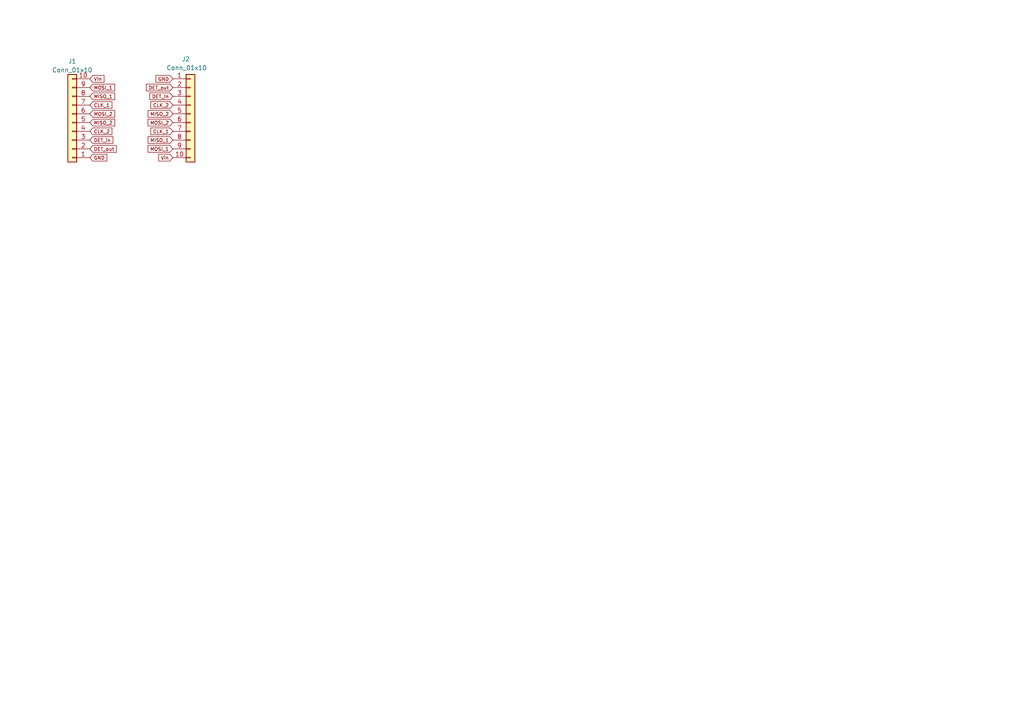
<source format=kicad_sch>
(kicad_sch (version 20230121) (generator eeschema)
  (paper "A4")
  (lib_symbols
    (symbol "Connector_Generic:Conn_01x10" (pin_names (offset 1.016) hide)
      (property "Reference" "J" (at 0 12.7 0))
      (property "Value" "Conn_01x10" (at 0 -15.24 0))
      (symbol "Conn_01x10_1_1"
        (rectangle (start -1.27 -12.573) (end 0 -12.827) (stroke (width 0.1524)))
        (rectangle (start -1.27 -10.033) (end 0 -10.287) (stroke (width 0.1524)))
        (rectangle (start -1.27 -7.493) (end 0 -7.747) (stroke (width 0.1524)))
        (rectangle (start -1.27 -4.953) (end 0 -5.207) (stroke (width 0.1524)))
        (rectangle (start -1.27 -2.413) (end 0 -2.667) (stroke (width 0.1524)))
        (rectangle (start -1.27 0.127) (end 0 -0.127) (stroke (width 0.1524)))
        (rectangle (start -1.27 2.667) (end 0 2.413) (stroke (width 0.1524)))
        (rectangle (start -1.27 5.207) (end 0 4.953) (stroke (width 0.1524)))
        (rectangle (start -1.27 7.747) (end 0 7.493) (stroke (width 0.1524)))
        (rectangle (start -1.27 10.287) (end 0 10.033) (stroke (width 0.1524)))
        (rectangle (start -1.27 11.43) (end 1.27 -13.97) (stroke (width 0.254)) (fill (type background)))
        (pin passive line (at -5.08 10.16 0) (length 3.81) (name "Pin_1") (number "1"))
        (pin passive line (at -5.08 -12.7 0) (length 3.81) (name "Pin_10") (number "10"))
        (pin passive line (at -5.08 7.62 0) (length 3.81) (name "Pin_2") (number "2"))
        (pin passive line (at -5.08 5.08 0) (length 3.81) (name "Pin_3") (number "3"))
        (pin passive line (at -5.08 2.54 0) (length 3.81) (name "Pin_4") (number "4"))
        (pin passive line (at -5.08 0 0) (length 3.81) (name "Pin_5") (number "5"))
        (pin passive line (at -5.08 -2.54 0) (length 3.81) (name "Pin_6") (number "6"))
        (pin passive line (at -5.08 -5.08 0) (length 3.81) (name "Pin_7") (number "7"))
        (pin passive line (at -5.08 -7.62 0) (length 3.81) (name "Pin_8") (number "8"))
        (pin passive line (at -5.08 -10.16 0) (length 3.81) (name "Pin_9") (number "9"))
      )
    )
  )
  (global_label "MOSI_2" (shape input) (at 50.165 35.56 180) (effects (font (size 1 1))) (property "Intersheetrefs" "${INTERSHEET_REFS}" (effects hide)))
  (global_label "Vin" (shape input) (at 26.035 22.86 0) (effects (font (size 1 1))) (property "Intersheetrefs" "${INTERSHEET_REFS}" (effects hide)))
  (global_label "CLK_2" (shape input) (at 50.165 30.48 180) (effects (font (size 1 1))) (property "Intersheetrefs" "${INTERSHEET_REFS}" (effects hide)))
  (global_label "CLK_2" (shape input) (at 26.035 38.1 0) (effects (font (size 1 1))) (property "Intersheetrefs" "${INTERSHEET_REFS}" (effects hide)))
  (global_label "MOSI_1" (shape input) (at 26.035 25.4 0) (effects (font (size 1 1))) (property "Intersheetrefs" "${INTERSHEET_REFS}" (effects hide)))
  (global_label "MOSI_2" (shape input) (at 26.035 33.02 0) (effects (font (size 1 1))) (property "Intersheetrefs" "${INTERSHEET_REFS}" (effects hide)))
  (global_label "DET_in" (shape input) (at 26.035 40.64 0) (effects (font (size 1 1))) (property "Intersheetrefs" "${INTERSHEET_REFS}" (effects hide)))
  (global_label "GND" (shape input) (at 50.165 22.86 180) (effects (font (size 1 1))) (property "Intersheetrefs" "${INTERSHEET_REFS}" (effects hide)))
  (global_label "CLK_1" (shape input) (at 50.165 38.1 180) (effects (font (size 1 1))) (property "Intersheetrefs" "${INTERSHEET_REFS}" (effects hide)))
  (global_label "MOSI_1" (shape input) (at 50.165 43.18 180) (effects (font (size 1 1))) (property "Intersheetrefs" "${INTERSHEET_REFS}" (effects hide)))
  (global_label "DET_out" (shape input) (at 26.035 43.18 0) (effects (font (size 1 1))) (property "Intersheetrefs" "${INTERSHEET_REFS}" (effects hide)))
  (global_label "Vin" (shape input) (at 50.165 45.72 180) (effects (font (size 1 1))) (property "Intersheetrefs" "${INTERSHEET_REFS}" (effects hide)))
  (global_label "MISO_2" (shape input) (at 50.165 33.02 180) (effects (font (size 1 1))) (property "Intersheetrefs" "${INTERSHEET_REFS}" (effects hide)))
  (global_label "MISO_1" (shape input) (at 26.035 27.94 0) (effects (font (size 1 1))) (property "Intersheetrefs" "${INTERSHEET_REFS}" (effects hide)))
  (global_label "DET_out" (shape input) (at 50.165 25.4 180) (effects (font (size 1 1))) (property "Intersheetrefs" "${INTERSHEET_REFS}" (effects hide)))
  (global_label "MISO_2" (shape input) (at 26.035 35.56 0) (effects (font (size 1 1))) (property "Intersheetrefs" "${INTERSHEET_REFS}" (effects hide)))
  (global_label "MISO_1" (shape input) (at 50.165 40.64 180) (effects (font (size 1 1))) (property "Intersheetrefs" "${INTERSHEET_REFS}" (effects hide)))
  (global_label "DET_in" (shape input) (at 50.165 27.94 180) (effects (font (size 1 1))) (property "Intersheetrefs" "${INTERSHEET_REFS}" (effects hide)))
  (global_label "CLK_1" (shape input) (at 26.035 30.48 0) (effects (font (size 1 1))) (property "Intersheetrefs" "${INTERSHEET_REFS}" (effects hide)))
  (global_label "GND" (shape input) (at 26.035 45.72 0) (effects (font (size 1 1))) (property "Intersheetrefs" "${INTERSHEET_REFS}" (effects hide)))
  (symbol (lib_id "Connector_Generic:Conn_01x10") (at 20.955 35.56 180) (unit 1)
    (property "Reference" "J1" (at 20.955 17.78 0))
    (property "Value" "Conn_01x10" (at 20.955 20.32 0))
    (property "Footprint" "My_library:PogoPin" (effects hide))
  )
  (symbol (lib_id "Connector_Generic:Conn_01x10") (at 55.245 33.02 0) (unit 1)
    (property "Reference" "J2" (at 52.705 17.145 0) (effects (justify left)))
    (property "Value" "Conn_01x10" (at 48.26 19.685 0) (effects (justify left)))
    (property "Footprint" "My_library:BreakawayCon_Wire" (effects hide))
  )
)
</source>
